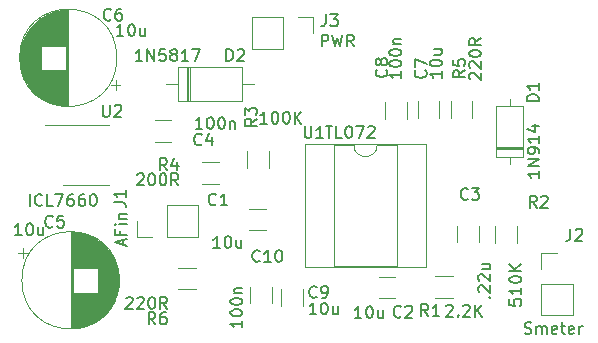
<source format=gbr>
%TF.GenerationSoftware,KiCad,Pcbnew,(6.0.7)*%
%TF.CreationDate,2023-04-27T19:06:35-04:00*%
%TF.ProjectId,sMeter Daughter Board v1,734d6574-6572-4204-9461-756768746572,rev?*%
%TF.SameCoordinates,Original*%
%TF.FileFunction,Legend,Top*%
%TF.FilePolarity,Positive*%
%FSLAX46Y46*%
G04 Gerber Fmt 4.6, Leading zero omitted, Abs format (unit mm)*
G04 Created by KiCad (PCBNEW (6.0.7)) date 2023-04-27 19:06:35*
%MOMM*%
%LPD*%
G01*
G04 APERTURE LIST*
%ADD10C,0.150000*%
%ADD11C,0.120000*%
G04 APERTURE END LIST*
D10*
%TO.C,R5*%
X104442380Y-100716666D02*
X103966190Y-101050000D01*
X104442380Y-101288095D02*
X103442380Y-101288095D01*
X103442380Y-100907142D01*
X103490000Y-100811904D01*
X103537619Y-100764285D01*
X103632857Y-100716666D01*
X103775714Y-100716666D01*
X103870952Y-100764285D01*
X103918571Y-100811904D01*
X103966190Y-100907142D01*
X103966190Y-101288095D01*
X103442380Y-99811904D02*
X103442380Y-100288095D01*
X103918571Y-100335714D01*
X103870952Y-100288095D01*
X103823333Y-100192857D01*
X103823333Y-99954761D01*
X103870952Y-99859523D01*
X103918571Y-99811904D01*
X104013809Y-99764285D01*
X104251904Y-99764285D01*
X104347142Y-99811904D01*
X104394761Y-99859523D01*
X104442380Y-99954761D01*
X104442380Y-100192857D01*
X104394761Y-100288095D01*
X104347142Y-100335714D01*
X104897619Y-101468095D02*
X104850000Y-101420476D01*
X104802380Y-101325238D01*
X104802380Y-101087142D01*
X104850000Y-100991904D01*
X104897619Y-100944285D01*
X104992857Y-100896666D01*
X105088095Y-100896666D01*
X105230952Y-100944285D01*
X105802380Y-101515714D01*
X105802380Y-100896666D01*
X104897619Y-100515714D02*
X104850000Y-100468095D01*
X104802380Y-100372857D01*
X104802380Y-100134761D01*
X104850000Y-100039523D01*
X104897619Y-99991904D01*
X104992857Y-99944285D01*
X105088095Y-99944285D01*
X105230952Y-99991904D01*
X105802380Y-100563333D01*
X105802380Y-99944285D01*
X104802380Y-99325238D02*
X104802380Y-99230000D01*
X104850000Y-99134761D01*
X104897619Y-99087142D01*
X104992857Y-99039523D01*
X105183333Y-98991904D01*
X105421428Y-98991904D01*
X105611904Y-99039523D01*
X105707142Y-99087142D01*
X105754761Y-99134761D01*
X105802380Y-99230000D01*
X105802380Y-99325238D01*
X105754761Y-99420476D01*
X105707142Y-99468095D01*
X105611904Y-99515714D01*
X105421428Y-99563333D01*
X105183333Y-99563333D01*
X104992857Y-99515714D01*
X104897619Y-99468095D01*
X104850000Y-99420476D01*
X104802380Y-99325238D01*
X105802380Y-97991904D02*
X105326190Y-98325238D01*
X105802380Y-98563333D02*
X104802380Y-98563333D01*
X104802380Y-98182380D01*
X104850000Y-98087142D01*
X104897619Y-98039523D01*
X104992857Y-97991904D01*
X105135714Y-97991904D01*
X105230952Y-98039523D01*
X105278571Y-98087142D01*
X105326190Y-98182380D01*
X105326190Y-98563333D01*
%TO.C,D1*%
X110682380Y-103308095D02*
X109682380Y-103308095D01*
X109682380Y-103070000D01*
X109730000Y-102927142D01*
X109825238Y-102831904D01*
X109920476Y-102784285D01*
X110110952Y-102736666D01*
X110253809Y-102736666D01*
X110444285Y-102784285D01*
X110539523Y-102831904D01*
X110634761Y-102927142D01*
X110682380Y-103070000D01*
X110682380Y-103308095D01*
X110682380Y-101784285D02*
X110682380Y-102355714D01*
X110682380Y-102070000D02*
X109682380Y-102070000D01*
X109825238Y-102165238D01*
X109920476Y-102260476D01*
X109968095Y-102355714D01*
X110742380Y-109216666D02*
X110742380Y-109788095D01*
X110742380Y-109502380D02*
X109742380Y-109502380D01*
X109885238Y-109597619D01*
X109980476Y-109692857D01*
X110028095Y-109788095D01*
X110742380Y-108788095D02*
X109742380Y-108788095D01*
X110742380Y-108216666D01*
X109742380Y-108216666D01*
X110742380Y-107692857D02*
X110742380Y-107502380D01*
X110694761Y-107407142D01*
X110647142Y-107359523D01*
X110504285Y-107264285D01*
X110313809Y-107216666D01*
X109932857Y-107216666D01*
X109837619Y-107264285D01*
X109790000Y-107311904D01*
X109742380Y-107407142D01*
X109742380Y-107597619D01*
X109790000Y-107692857D01*
X109837619Y-107740476D01*
X109932857Y-107788095D01*
X110170952Y-107788095D01*
X110266190Y-107740476D01*
X110313809Y-107692857D01*
X110361428Y-107597619D01*
X110361428Y-107407142D01*
X110313809Y-107311904D01*
X110266190Y-107264285D01*
X110170952Y-107216666D01*
X110742380Y-106264285D02*
X110742380Y-106835714D01*
X110742380Y-106550000D02*
X109742380Y-106550000D01*
X109885238Y-106645238D01*
X109980476Y-106740476D01*
X110028095Y-106835714D01*
X110075714Y-105407142D02*
X110742380Y-105407142D01*
X109694761Y-105645238D02*
X110409047Y-105883333D01*
X110409047Y-105264285D01*
%TO.C,R4*%
X79208333Y-109164380D02*
X78875000Y-108688190D01*
X78636904Y-109164380D02*
X78636904Y-108164380D01*
X79017857Y-108164380D01*
X79113095Y-108212000D01*
X79160714Y-108259619D01*
X79208333Y-108354857D01*
X79208333Y-108497714D01*
X79160714Y-108592952D01*
X79113095Y-108640571D01*
X79017857Y-108688190D01*
X78636904Y-108688190D01*
X80065476Y-108497714D02*
X80065476Y-109164380D01*
X79827380Y-108116761D02*
X79589285Y-108831047D01*
X80208333Y-108831047D01*
X76684404Y-109529619D02*
X76732023Y-109482000D01*
X76827261Y-109434380D01*
X77065357Y-109434380D01*
X77160595Y-109482000D01*
X77208214Y-109529619D01*
X77255833Y-109624857D01*
X77255833Y-109720095D01*
X77208214Y-109862952D01*
X76636785Y-110434380D01*
X77255833Y-110434380D01*
X77874880Y-109434380D02*
X77970119Y-109434380D01*
X78065357Y-109482000D01*
X78112976Y-109529619D01*
X78160595Y-109624857D01*
X78208214Y-109815333D01*
X78208214Y-110053428D01*
X78160595Y-110243904D01*
X78112976Y-110339142D01*
X78065357Y-110386761D01*
X77970119Y-110434380D01*
X77874880Y-110434380D01*
X77779642Y-110386761D01*
X77732023Y-110339142D01*
X77684404Y-110243904D01*
X77636785Y-110053428D01*
X77636785Y-109815333D01*
X77684404Y-109624857D01*
X77732023Y-109529619D01*
X77779642Y-109482000D01*
X77874880Y-109434380D01*
X78827261Y-109434380D02*
X78922500Y-109434380D01*
X79017738Y-109482000D01*
X79065357Y-109529619D01*
X79112976Y-109624857D01*
X79160595Y-109815333D01*
X79160595Y-110053428D01*
X79112976Y-110243904D01*
X79065357Y-110339142D01*
X79017738Y-110386761D01*
X78922500Y-110434380D01*
X78827261Y-110434380D01*
X78732023Y-110386761D01*
X78684404Y-110339142D01*
X78636785Y-110243904D01*
X78589166Y-110053428D01*
X78589166Y-109815333D01*
X78636785Y-109624857D01*
X78684404Y-109529619D01*
X78732023Y-109482000D01*
X78827261Y-109434380D01*
X80160595Y-110434380D02*
X79827261Y-109958190D01*
X79589166Y-110434380D02*
X79589166Y-109434380D01*
X79970119Y-109434380D01*
X80065357Y-109482000D01*
X80112976Y-109529619D01*
X80160595Y-109624857D01*
X80160595Y-109767714D01*
X80112976Y-109862952D01*
X80065357Y-109910571D01*
X79970119Y-109958190D01*
X79589166Y-109958190D01*
%TO.C,J2*%
X113376666Y-114112380D02*
X113376666Y-114826666D01*
X113329047Y-114969523D01*
X113233809Y-115064761D01*
X113090952Y-115112380D01*
X112995714Y-115112380D01*
X113805238Y-114207619D02*
X113852857Y-114160000D01*
X113948095Y-114112380D01*
X114186190Y-114112380D01*
X114281428Y-114160000D01*
X114329047Y-114207619D01*
X114376666Y-114302857D01*
X114376666Y-114398095D01*
X114329047Y-114540952D01*
X113757619Y-115112380D01*
X114376666Y-115112380D01*
X109495238Y-122974761D02*
X109638095Y-123022380D01*
X109876190Y-123022380D01*
X109971428Y-122974761D01*
X110019047Y-122927142D01*
X110066666Y-122831904D01*
X110066666Y-122736666D01*
X110019047Y-122641428D01*
X109971428Y-122593809D01*
X109876190Y-122546190D01*
X109685714Y-122498571D01*
X109590476Y-122450952D01*
X109542857Y-122403333D01*
X109495238Y-122308095D01*
X109495238Y-122212857D01*
X109542857Y-122117619D01*
X109590476Y-122070000D01*
X109685714Y-122022380D01*
X109923809Y-122022380D01*
X110066666Y-122070000D01*
X110495238Y-123022380D02*
X110495238Y-122355714D01*
X110495238Y-122450952D02*
X110542857Y-122403333D01*
X110638095Y-122355714D01*
X110780952Y-122355714D01*
X110876190Y-122403333D01*
X110923809Y-122498571D01*
X110923809Y-123022380D01*
X110923809Y-122498571D02*
X110971428Y-122403333D01*
X111066666Y-122355714D01*
X111209523Y-122355714D01*
X111304761Y-122403333D01*
X111352380Y-122498571D01*
X111352380Y-123022380D01*
X112209523Y-122974761D02*
X112114285Y-123022380D01*
X111923809Y-123022380D01*
X111828571Y-122974761D01*
X111780952Y-122879523D01*
X111780952Y-122498571D01*
X111828571Y-122403333D01*
X111923809Y-122355714D01*
X112114285Y-122355714D01*
X112209523Y-122403333D01*
X112257142Y-122498571D01*
X112257142Y-122593809D01*
X111780952Y-122689047D01*
X112542857Y-122355714D02*
X112923809Y-122355714D01*
X112685714Y-122022380D02*
X112685714Y-122879523D01*
X112733333Y-122974761D01*
X112828571Y-123022380D01*
X112923809Y-123022380D01*
X113638095Y-122974761D02*
X113542857Y-123022380D01*
X113352380Y-123022380D01*
X113257142Y-122974761D01*
X113209523Y-122879523D01*
X113209523Y-122498571D01*
X113257142Y-122403333D01*
X113352380Y-122355714D01*
X113542857Y-122355714D01*
X113638095Y-122403333D01*
X113685714Y-122498571D01*
X113685714Y-122593809D01*
X113209523Y-122689047D01*
X114114285Y-123022380D02*
X114114285Y-122355714D01*
X114114285Y-122546190D02*
X114161904Y-122450952D01*
X114209523Y-122403333D01*
X114304761Y-122355714D01*
X114400000Y-122355714D01*
%TO.C,R1*%
X101323333Y-121512380D02*
X100990000Y-121036190D01*
X100751904Y-121512380D02*
X100751904Y-120512380D01*
X101132857Y-120512380D01*
X101228095Y-120560000D01*
X101275714Y-120607619D01*
X101323333Y-120702857D01*
X101323333Y-120845714D01*
X101275714Y-120940952D01*
X101228095Y-120988571D01*
X101132857Y-121036190D01*
X100751904Y-121036190D01*
X102275714Y-121512380D02*
X101704285Y-121512380D01*
X101990000Y-121512380D02*
X101990000Y-120512380D01*
X101894761Y-120655238D01*
X101799523Y-120750476D01*
X101704285Y-120798095D01*
X102860000Y-120647619D02*
X102907619Y-120600000D01*
X103002857Y-120552380D01*
X103240952Y-120552380D01*
X103336190Y-120600000D01*
X103383809Y-120647619D01*
X103431428Y-120742857D01*
X103431428Y-120838095D01*
X103383809Y-120980952D01*
X102812380Y-121552380D01*
X103431428Y-121552380D01*
X103860000Y-121457142D02*
X103907619Y-121504761D01*
X103860000Y-121552380D01*
X103812380Y-121504761D01*
X103860000Y-121457142D01*
X103860000Y-121552380D01*
X104288571Y-120647619D02*
X104336190Y-120600000D01*
X104431428Y-120552380D01*
X104669523Y-120552380D01*
X104764761Y-120600000D01*
X104812380Y-120647619D01*
X104860000Y-120742857D01*
X104860000Y-120838095D01*
X104812380Y-120980952D01*
X104240952Y-121552380D01*
X104860000Y-121552380D01*
X105288571Y-121552380D02*
X105288571Y-120552380D01*
X105860000Y-121552380D02*
X105431428Y-120980952D01*
X105860000Y-120552380D02*
X105288571Y-121123809D01*
%TO.C,C10*%
X87067142Y-116837142D02*
X87019523Y-116884761D01*
X86876666Y-116932380D01*
X86781428Y-116932380D01*
X86638571Y-116884761D01*
X86543333Y-116789523D01*
X86495714Y-116694285D01*
X86448095Y-116503809D01*
X86448095Y-116360952D01*
X86495714Y-116170476D01*
X86543333Y-116075238D01*
X86638571Y-115980000D01*
X86781428Y-115932380D01*
X86876666Y-115932380D01*
X87019523Y-115980000D01*
X87067142Y-116027619D01*
X88019523Y-116932380D02*
X87448095Y-116932380D01*
X87733809Y-116932380D02*
X87733809Y-115932380D01*
X87638571Y-116075238D01*
X87543333Y-116170476D01*
X87448095Y-116218095D01*
X88638571Y-115932380D02*
X88733809Y-115932380D01*
X88829047Y-115980000D01*
X88876666Y-116027619D01*
X88924285Y-116122857D01*
X88971904Y-116313333D01*
X88971904Y-116551428D01*
X88924285Y-116741904D01*
X88876666Y-116837142D01*
X88829047Y-116884761D01*
X88733809Y-116932380D01*
X88638571Y-116932380D01*
X88543333Y-116884761D01*
X88495714Y-116837142D01*
X88448095Y-116741904D01*
X88400476Y-116551428D01*
X88400476Y-116313333D01*
X88448095Y-116122857D01*
X88495714Y-116027619D01*
X88543333Y-115980000D01*
X88638571Y-115932380D01*
X85582380Y-121899047D02*
X85582380Y-122470476D01*
X85582380Y-122184761D02*
X84582380Y-122184761D01*
X84725238Y-122280000D01*
X84820476Y-122375238D01*
X84868095Y-122470476D01*
X84582380Y-121280000D02*
X84582380Y-121184761D01*
X84630000Y-121089523D01*
X84677619Y-121041904D01*
X84772857Y-120994285D01*
X84963333Y-120946666D01*
X85201428Y-120946666D01*
X85391904Y-120994285D01*
X85487142Y-121041904D01*
X85534761Y-121089523D01*
X85582380Y-121184761D01*
X85582380Y-121280000D01*
X85534761Y-121375238D01*
X85487142Y-121422857D01*
X85391904Y-121470476D01*
X85201428Y-121518095D01*
X84963333Y-121518095D01*
X84772857Y-121470476D01*
X84677619Y-121422857D01*
X84630000Y-121375238D01*
X84582380Y-121280000D01*
X84582380Y-120327619D02*
X84582380Y-120232380D01*
X84630000Y-120137142D01*
X84677619Y-120089523D01*
X84772857Y-120041904D01*
X84963333Y-119994285D01*
X85201428Y-119994285D01*
X85391904Y-120041904D01*
X85487142Y-120089523D01*
X85534761Y-120137142D01*
X85582380Y-120232380D01*
X85582380Y-120327619D01*
X85534761Y-120422857D01*
X85487142Y-120470476D01*
X85391904Y-120518095D01*
X85201428Y-120565714D01*
X84963333Y-120565714D01*
X84772857Y-120518095D01*
X84677619Y-120470476D01*
X84630000Y-120422857D01*
X84582380Y-120327619D01*
X84915714Y-119565714D02*
X85582380Y-119565714D01*
X85010952Y-119565714D02*
X84963333Y-119518095D01*
X84915714Y-119422857D01*
X84915714Y-119280000D01*
X84963333Y-119184761D01*
X85058571Y-119137142D01*
X85582380Y-119137142D01*
%TO.C,C3*%
X104683333Y-111567142D02*
X104635714Y-111614761D01*
X104492857Y-111662380D01*
X104397619Y-111662380D01*
X104254761Y-111614761D01*
X104159523Y-111519523D01*
X104111904Y-111424285D01*
X104064285Y-111233809D01*
X104064285Y-111090952D01*
X104111904Y-110900476D01*
X104159523Y-110805238D01*
X104254761Y-110710000D01*
X104397619Y-110662380D01*
X104492857Y-110662380D01*
X104635714Y-110710000D01*
X104683333Y-110757619D01*
X105016666Y-110662380D02*
X105635714Y-110662380D01*
X105302380Y-111043333D01*
X105445238Y-111043333D01*
X105540476Y-111090952D01*
X105588095Y-111138571D01*
X105635714Y-111233809D01*
X105635714Y-111471904D01*
X105588095Y-111567142D01*
X105540476Y-111614761D01*
X105445238Y-111662380D01*
X105159523Y-111662380D01*
X105064285Y-111614761D01*
X105016666Y-111567142D01*
X106477142Y-119914761D02*
X106524761Y-119867142D01*
X106572380Y-119914761D01*
X106524761Y-119962380D01*
X106477142Y-119914761D01*
X106572380Y-119914761D01*
X105667619Y-119486190D02*
X105620000Y-119438571D01*
X105572380Y-119343333D01*
X105572380Y-119105238D01*
X105620000Y-119010000D01*
X105667619Y-118962380D01*
X105762857Y-118914761D01*
X105858095Y-118914761D01*
X106000952Y-118962380D01*
X106572380Y-119533809D01*
X106572380Y-118914761D01*
X105667619Y-118533809D02*
X105620000Y-118486190D01*
X105572380Y-118390952D01*
X105572380Y-118152857D01*
X105620000Y-118057619D01*
X105667619Y-118010000D01*
X105762857Y-117962380D01*
X105858095Y-117962380D01*
X106000952Y-118010000D01*
X106572380Y-118581428D01*
X106572380Y-117962380D01*
X105905714Y-117105238D02*
X106572380Y-117105238D01*
X105905714Y-117533809D02*
X106429523Y-117533809D01*
X106524761Y-117486190D01*
X106572380Y-117390952D01*
X106572380Y-117248095D01*
X106524761Y-117152857D01*
X106477142Y-117105238D01*
%TO.C,C7*%
X101092142Y-100714166D02*
X101139761Y-100761785D01*
X101187380Y-100904642D01*
X101187380Y-100999880D01*
X101139761Y-101142738D01*
X101044523Y-101237976D01*
X100949285Y-101285595D01*
X100758809Y-101333214D01*
X100615952Y-101333214D01*
X100425476Y-101285595D01*
X100330238Y-101237976D01*
X100235000Y-101142738D01*
X100187380Y-100999880D01*
X100187380Y-100904642D01*
X100235000Y-100761785D01*
X100282619Y-100714166D01*
X100187380Y-100380833D02*
X100187380Y-99714166D01*
X101187380Y-100142738D01*
X102457380Y-100745857D02*
X102457380Y-101317285D01*
X102457380Y-101031571D02*
X101457380Y-101031571D01*
X101600238Y-101126809D01*
X101695476Y-101222047D01*
X101743095Y-101317285D01*
X101457380Y-100126809D02*
X101457380Y-100031571D01*
X101505000Y-99936333D01*
X101552619Y-99888714D01*
X101647857Y-99841095D01*
X101838333Y-99793476D01*
X102076428Y-99793476D01*
X102266904Y-99841095D01*
X102362142Y-99888714D01*
X102409761Y-99936333D01*
X102457380Y-100031571D01*
X102457380Y-100126809D01*
X102409761Y-100222047D01*
X102362142Y-100269666D01*
X102266904Y-100317285D01*
X102076428Y-100364904D01*
X101838333Y-100364904D01*
X101647857Y-100317285D01*
X101552619Y-100269666D01*
X101505000Y-100222047D01*
X101457380Y-100126809D01*
X101790714Y-98936333D02*
X102457380Y-98936333D01*
X101790714Y-99364904D02*
X102314523Y-99364904D01*
X102409761Y-99317285D01*
X102457380Y-99222047D01*
X102457380Y-99079190D01*
X102409761Y-98983952D01*
X102362142Y-98936333D01*
%TO.C,C8*%
X97775642Y-100647166D02*
X97823261Y-100694785D01*
X97870880Y-100837642D01*
X97870880Y-100932880D01*
X97823261Y-101075738D01*
X97728023Y-101170976D01*
X97632785Y-101218595D01*
X97442309Y-101266214D01*
X97299452Y-101266214D01*
X97108976Y-101218595D01*
X97013738Y-101170976D01*
X96918500Y-101075738D01*
X96870880Y-100932880D01*
X96870880Y-100837642D01*
X96918500Y-100694785D01*
X96966119Y-100647166D01*
X97299452Y-100075738D02*
X97251833Y-100170976D01*
X97204214Y-100218595D01*
X97108976Y-100266214D01*
X97061357Y-100266214D01*
X96966119Y-100218595D01*
X96918500Y-100170976D01*
X96870880Y-100075738D01*
X96870880Y-99885261D01*
X96918500Y-99790023D01*
X96966119Y-99742404D01*
X97061357Y-99694785D01*
X97108976Y-99694785D01*
X97204214Y-99742404D01*
X97251833Y-99790023D01*
X97299452Y-99885261D01*
X97299452Y-100075738D01*
X97347071Y-100170976D01*
X97394690Y-100218595D01*
X97489928Y-100266214D01*
X97680404Y-100266214D01*
X97775642Y-100218595D01*
X97823261Y-100170976D01*
X97870880Y-100075738D01*
X97870880Y-99885261D01*
X97823261Y-99790023D01*
X97775642Y-99742404D01*
X97680404Y-99694785D01*
X97489928Y-99694785D01*
X97394690Y-99742404D01*
X97347071Y-99790023D01*
X97299452Y-99885261D01*
X99040880Y-100799547D02*
X99040880Y-101370976D01*
X99040880Y-101085261D02*
X98040880Y-101085261D01*
X98183738Y-101180500D01*
X98278976Y-101275738D01*
X98326595Y-101370976D01*
X98040880Y-100180500D02*
X98040880Y-100085261D01*
X98088500Y-99990023D01*
X98136119Y-99942404D01*
X98231357Y-99894785D01*
X98421833Y-99847166D01*
X98659928Y-99847166D01*
X98850404Y-99894785D01*
X98945642Y-99942404D01*
X98993261Y-99990023D01*
X99040880Y-100085261D01*
X99040880Y-100180500D01*
X98993261Y-100275738D01*
X98945642Y-100323357D01*
X98850404Y-100370976D01*
X98659928Y-100418595D01*
X98421833Y-100418595D01*
X98231357Y-100370976D01*
X98136119Y-100323357D01*
X98088500Y-100275738D01*
X98040880Y-100180500D01*
X98040880Y-99228119D02*
X98040880Y-99132880D01*
X98088500Y-99037642D01*
X98136119Y-98990023D01*
X98231357Y-98942404D01*
X98421833Y-98894785D01*
X98659928Y-98894785D01*
X98850404Y-98942404D01*
X98945642Y-98990023D01*
X98993261Y-99037642D01*
X99040880Y-99132880D01*
X99040880Y-99228119D01*
X98993261Y-99323357D01*
X98945642Y-99370976D01*
X98850404Y-99418595D01*
X98659928Y-99466214D01*
X98421833Y-99466214D01*
X98231357Y-99418595D01*
X98136119Y-99370976D01*
X98088500Y-99323357D01*
X98040880Y-99228119D01*
X98374214Y-98466214D02*
X99040880Y-98466214D01*
X98469452Y-98466214D02*
X98421833Y-98418595D01*
X98374214Y-98323357D01*
X98374214Y-98180500D01*
X98421833Y-98085261D01*
X98517071Y-98037642D01*
X99040880Y-98037642D01*
%TO.C,J1*%
X74702380Y-111863333D02*
X75416666Y-111863333D01*
X75559523Y-111910952D01*
X75654761Y-112006190D01*
X75702380Y-112149047D01*
X75702380Y-112244285D01*
X75702380Y-110863333D02*
X75702380Y-111434761D01*
X75702380Y-111149047D02*
X74702380Y-111149047D01*
X74845238Y-111244285D01*
X74940476Y-111339523D01*
X74988095Y-111434761D01*
X75506666Y-115517142D02*
X75506666Y-115040952D01*
X75792380Y-115612380D02*
X74792380Y-115279047D01*
X75792380Y-114945714D01*
X75268571Y-114279047D02*
X75268571Y-114612380D01*
X75792380Y-114612380D02*
X74792380Y-114612380D01*
X74792380Y-114136190D01*
X75792380Y-113755238D02*
X75125714Y-113755238D01*
X74792380Y-113755238D02*
X74840000Y-113802857D01*
X74887619Y-113755238D01*
X74840000Y-113707619D01*
X74792380Y-113755238D01*
X74887619Y-113755238D01*
X75125714Y-113279047D02*
X75792380Y-113279047D01*
X75220952Y-113279047D02*
X75173333Y-113231428D01*
X75125714Y-113136190D01*
X75125714Y-112993333D01*
X75173333Y-112898095D01*
X75268571Y-112850476D01*
X75792380Y-112850476D01*
%TO.C,U1*%
X90868595Y-105433880D02*
X90868595Y-106243404D01*
X90916214Y-106338642D01*
X90963833Y-106386261D01*
X91059071Y-106433880D01*
X91249547Y-106433880D01*
X91344785Y-106386261D01*
X91392404Y-106338642D01*
X91440023Y-106243404D01*
X91440023Y-105433880D01*
X92440023Y-106433880D02*
X91868595Y-106433880D01*
X92154309Y-106433880D02*
X92154309Y-105433880D01*
X92059071Y-105576738D01*
X91963833Y-105671976D01*
X91868595Y-105719595D01*
X92650952Y-105422380D02*
X93222380Y-105422380D01*
X92936666Y-106422380D02*
X92936666Y-105422380D01*
X94031904Y-106422380D02*
X93555714Y-106422380D01*
X93555714Y-105422380D01*
X94555714Y-105422380D02*
X94650952Y-105422380D01*
X94746190Y-105470000D01*
X94793809Y-105517619D01*
X94841428Y-105612857D01*
X94889047Y-105803333D01*
X94889047Y-106041428D01*
X94841428Y-106231904D01*
X94793809Y-106327142D01*
X94746190Y-106374761D01*
X94650952Y-106422380D01*
X94555714Y-106422380D01*
X94460476Y-106374761D01*
X94412857Y-106327142D01*
X94365238Y-106231904D01*
X94317619Y-106041428D01*
X94317619Y-105803333D01*
X94365238Y-105612857D01*
X94412857Y-105517619D01*
X94460476Y-105470000D01*
X94555714Y-105422380D01*
X95222380Y-105422380D02*
X95889047Y-105422380D01*
X95460476Y-106422380D01*
X96222380Y-105517619D02*
X96270000Y-105470000D01*
X96365238Y-105422380D01*
X96603333Y-105422380D01*
X96698571Y-105470000D01*
X96746190Y-105517619D01*
X96793809Y-105612857D01*
X96793809Y-105708095D01*
X96746190Y-105850952D01*
X96174761Y-106422380D01*
X96793809Y-106422380D01*
%TO.C,U2*%
X73778095Y-103632380D02*
X73778095Y-104441904D01*
X73825714Y-104537142D01*
X73873333Y-104584761D01*
X73968571Y-104632380D01*
X74159047Y-104632380D01*
X74254285Y-104584761D01*
X74301904Y-104537142D01*
X74349523Y-104441904D01*
X74349523Y-103632380D01*
X74778095Y-103727619D02*
X74825714Y-103680000D01*
X74920952Y-103632380D01*
X75159047Y-103632380D01*
X75254285Y-103680000D01*
X75301904Y-103727619D01*
X75349523Y-103822857D01*
X75349523Y-103918095D01*
X75301904Y-104060952D01*
X74730476Y-104632380D01*
X75349523Y-104632380D01*
X67580476Y-112192380D02*
X67580476Y-111192380D01*
X68628095Y-112097142D02*
X68580476Y-112144761D01*
X68437619Y-112192380D01*
X68342380Y-112192380D01*
X68199523Y-112144761D01*
X68104285Y-112049523D01*
X68056666Y-111954285D01*
X68009047Y-111763809D01*
X68009047Y-111620952D01*
X68056666Y-111430476D01*
X68104285Y-111335238D01*
X68199523Y-111240000D01*
X68342380Y-111192380D01*
X68437619Y-111192380D01*
X68580476Y-111240000D01*
X68628095Y-111287619D01*
X69532857Y-112192380D02*
X69056666Y-112192380D01*
X69056666Y-111192380D01*
X69770952Y-111192380D02*
X70437619Y-111192380D01*
X70009047Y-112192380D01*
X71247142Y-111192380D02*
X71056666Y-111192380D01*
X70961428Y-111240000D01*
X70913809Y-111287619D01*
X70818571Y-111430476D01*
X70770952Y-111620952D01*
X70770952Y-112001904D01*
X70818571Y-112097142D01*
X70866190Y-112144761D01*
X70961428Y-112192380D01*
X71151904Y-112192380D01*
X71247142Y-112144761D01*
X71294761Y-112097142D01*
X71342380Y-112001904D01*
X71342380Y-111763809D01*
X71294761Y-111668571D01*
X71247142Y-111620952D01*
X71151904Y-111573333D01*
X70961428Y-111573333D01*
X70866190Y-111620952D01*
X70818571Y-111668571D01*
X70770952Y-111763809D01*
X72199523Y-111192380D02*
X72009047Y-111192380D01*
X71913809Y-111240000D01*
X71866190Y-111287619D01*
X71770952Y-111430476D01*
X71723333Y-111620952D01*
X71723333Y-112001904D01*
X71770952Y-112097142D01*
X71818571Y-112144761D01*
X71913809Y-112192380D01*
X72104285Y-112192380D01*
X72199523Y-112144761D01*
X72247142Y-112097142D01*
X72294761Y-112001904D01*
X72294761Y-111763809D01*
X72247142Y-111668571D01*
X72199523Y-111620952D01*
X72104285Y-111573333D01*
X71913809Y-111573333D01*
X71818571Y-111620952D01*
X71770952Y-111668571D01*
X71723333Y-111763809D01*
X72913809Y-111192380D02*
X73009047Y-111192380D01*
X73104285Y-111240000D01*
X73151904Y-111287619D01*
X73199523Y-111382857D01*
X73247142Y-111573333D01*
X73247142Y-111811428D01*
X73199523Y-112001904D01*
X73151904Y-112097142D01*
X73104285Y-112144761D01*
X73009047Y-112192380D01*
X72913809Y-112192380D01*
X72818571Y-112144761D01*
X72770952Y-112097142D01*
X72723333Y-112001904D01*
X72675714Y-111811428D01*
X72675714Y-111573333D01*
X72723333Y-111382857D01*
X72770952Y-111287619D01*
X72818571Y-111240000D01*
X72913809Y-111192380D01*
%TO.C,D2*%
X84241904Y-99912380D02*
X84241904Y-98912380D01*
X84480000Y-98912380D01*
X84622857Y-98960000D01*
X84718095Y-99055238D01*
X84765714Y-99150476D01*
X84813333Y-99340952D01*
X84813333Y-99483809D01*
X84765714Y-99674285D01*
X84718095Y-99769523D01*
X84622857Y-99864761D01*
X84480000Y-99912380D01*
X84241904Y-99912380D01*
X85194285Y-99007619D02*
X85241904Y-98960000D01*
X85337142Y-98912380D01*
X85575238Y-98912380D01*
X85670476Y-98960000D01*
X85718095Y-99007619D01*
X85765714Y-99102857D01*
X85765714Y-99198095D01*
X85718095Y-99340952D01*
X85146666Y-99912380D01*
X85765714Y-99912380D01*
X77127142Y-99912380D02*
X76555714Y-99912380D01*
X76841428Y-99912380D02*
X76841428Y-98912380D01*
X76746190Y-99055238D01*
X76650952Y-99150476D01*
X76555714Y-99198095D01*
X77555714Y-99912380D02*
X77555714Y-98912380D01*
X78127142Y-99912380D01*
X78127142Y-98912380D01*
X79079523Y-98912380D02*
X78603333Y-98912380D01*
X78555714Y-99388571D01*
X78603333Y-99340952D01*
X78698571Y-99293333D01*
X78936666Y-99293333D01*
X79031904Y-99340952D01*
X79079523Y-99388571D01*
X79127142Y-99483809D01*
X79127142Y-99721904D01*
X79079523Y-99817142D01*
X79031904Y-99864761D01*
X78936666Y-99912380D01*
X78698571Y-99912380D01*
X78603333Y-99864761D01*
X78555714Y-99817142D01*
X79698571Y-99340952D02*
X79603333Y-99293333D01*
X79555714Y-99245714D01*
X79508095Y-99150476D01*
X79508095Y-99102857D01*
X79555714Y-99007619D01*
X79603333Y-98960000D01*
X79698571Y-98912380D01*
X79889047Y-98912380D01*
X79984285Y-98960000D01*
X80031904Y-99007619D01*
X80079523Y-99102857D01*
X80079523Y-99150476D01*
X80031904Y-99245714D01*
X79984285Y-99293333D01*
X79889047Y-99340952D01*
X79698571Y-99340952D01*
X79603333Y-99388571D01*
X79555714Y-99436190D01*
X79508095Y-99531428D01*
X79508095Y-99721904D01*
X79555714Y-99817142D01*
X79603333Y-99864761D01*
X79698571Y-99912380D01*
X79889047Y-99912380D01*
X79984285Y-99864761D01*
X80031904Y-99817142D01*
X80079523Y-99721904D01*
X80079523Y-99531428D01*
X80031904Y-99436190D01*
X79984285Y-99388571D01*
X79889047Y-99340952D01*
X81031904Y-99912380D02*
X80460476Y-99912380D01*
X80746190Y-99912380D02*
X80746190Y-98912380D01*
X80650952Y-99055238D01*
X80555714Y-99150476D01*
X80460476Y-99198095D01*
X81365238Y-98912380D02*
X82031904Y-98912380D01*
X81603333Y-99912380D01*
%TO.C,C5*%
X69533333Y-113917142D02*
X69485714Y-113964761D01*
X69342857Y-114012380D01*
X69247619Y-114012380D01*
X69104761Y-113964761D01*
X69009523Y-113869523D01*
X68961904Y-113774285D01*
X68914285Y-113583809D01*
X68914285Y-113440952D01*
X68961904Y-113250476D01*
X69009523Y-113155238D01*
X69104761Y-113060000D01*
X69247619Y-113012380D01*
X69342857Y-113012380D01*
X69485714Y-113060000D01*
X69533333Y-113107619D01*
X70438095Y-113012380D02*
X69961904Y-113012380D01*
X69914285Y-113488571D01*
X69961904Y-113440952D01*
X70057142Y-113393333D01*
X70295238Y-113393333D01*
X70390476Y-113440952D01*
X70438095Y-113488571D01*
X70485714Y-113583809D01*
X70485714Y-113821904D01*
X70438095Y-113917142D01*
X70390476Y-113964761D01*
X70295238Y-114012380D01*
X70057142Y-114012380D01*
X69961904Y-113964761D01*
X69914285Y-113917142D01*
X66927142Y-114662380D02*
X66355714Y-114662380D01*
X66641428Y-114662380D02*
X66641428Y-113662380D01*
X66546190Y-113805238D01*
X66450952Y-113900476D01*
X66355714Y-113948095D01*
X67546190Y-113662380D02*
X67641428Y-113662380D01*
X67736666Y-113710000D01*
X67784285Y-113757619D01*
X67831904Y-113852857D01*
X67879523Y-114043333D01*
X67879523Y-114281428D01*
X67831904Y-114471904D01*
X67784285Y-114567142D01*
X67736666Y-114614761D01*
X67641428Y-114662380D01*
X67546190Y-114662380D01*
X67450952Y-114614761D01*
X67403333Y-114567142D01*
X67355714Y-114471904D01*
X67308095Y-114281428D01*
X67308095Y-114043333D01*
X67355714Y-113852857D01*
X67403333Y-113757619D01*
X67450952Y-113710000D01*
X67546190Y-113662380D01*
X68736666Y-113995714D02*
X68736666Y-114662380D01*
X68308095Y-113995714D02*
X68308095Y-114519523D01*
X68355714Y-114614761D01*
X68450952Y-114662380D01*
X68593809Y-114662380D01*
X68689047Y-114614761D01*
X68736666Y-114567142D01*
%TO.C,C6*%
X74465984Y-96397142D02*
X74418365Y-96444761D01*
X74275508Y-96492380D01*
X74180270Y-96492380D01*
X74037412Y-96444761D01*
X73942174Y-96349523D01*
X73894555Y-96254285D01*
X73846936Y-96063809D01*
X73846936Y-95920952D01*
X73894555Y-95730476D01*
X73942174Y-95635238D01*
X74037412Y-95540000D01*
X74180270Y-95492380D01*
X74275508Y-95492380D01*
X74418365Y-95540000D01*
X74465984Y-95587619D01*
X75323127Y-95492380D02*
X75132651Y-95492380D01*
X75037412Y-95540000D01*
X74989793Y-95587619D01*
X74894555Y-95730476D01*
X74846936Y-95920952D01*
X74846936Y-96301904D01*
X74894555Y-96397142D01*
X74942174Y-96444761D01*
X75037412Y-96492380D01*
X75227889Y-96492380D01*
X75323127Y-96444761D01*
X75370746Y-96397142D01*
X75418365Y-96301904D01*
X75418365Y-96063809D01*
X75370746Y-95968571D01*
X75323127Y-95920952D01*
X75227889Y-95873333D01*
X75037412Y-95873333D01*
X74942174Y-95920952D01*
X74894555Y-95968571D01*
X74846936Y-96063809D01*
X75529793Y-97782380D02*
X74958365Y-97782380D01*
X75244079Y-97782380D02*
X75244079Y-96782380D01*
X75148841Y-96925238D01*
X75053603Y-97020476D01*
X74958365Y-97068095D01*
X76148841Y-96782380D02*
X76244079Y-96782380D01*
X76339317Y-96830000D01*
X76386936Y-96877619D01*
X76434555Y-96972857D01*
X76482174Y-97163333D01*
X76482174Y-97401428D01*
X76434555Y-97591904D01*
X76386936Y-97687142D01*
X76339317Y-97734761D01*
X76244079Y-97782380D01*
X76148841Y-97782380D01*
X76053603Y-97734761D01*
X76005984Y-97687142D01*
X75958365Y-97591904D01*
X75910746Y-97401428D01*
X75910746Y-97163333D01*
X75958365Y-96972857D01*
X76005984Y-96877619D01*
X76053603Y-96830000D01*
X76148841Y-96782380D01*
X77339317Y-97115714D02*
X77339317Y-97782380D01*
X76910746Y-97115714D02*
X76910746Y-97639523D01*
X76958365Y-97734761D01*
X77053603Y-97782380D01*
X77196460Y-97782380D01*
X77291698Y-97734761D01*
X77339317Y-97687142D01*
%TO.C,J3*%
X92672166Y-95966380D02*
X92672166Y-96680666D01*
X92624547Y-96823523D01*
X92529309Y-96918761D01*
X92386452Y-96966380D01*
X92291214Y-96966380D01*
X93053119Y-95966380D02*
X93672166Y-95966380D01*
X93338833Y-96347333D01*
X93481690Y-96347333D01*
X93576928Y-96394952D01*
X93624547Y-96442571D01*
X93672166Y-96537809D01*
X93672166Y-96775904D01*
X93624547Y-96871142D01*
X93576928Y-96918761D01*
X93481690Y-96966380D01*
X93195976Y-96966380D01*
X93100738Y-96918761D01*
X93053119Y-96871142D01*
X92307166Y-98680880D02*
X92307166Y-97680880D01*
X92688119Y-97680880D01*
X92783357Y-97728500D01*
X92830976Y-97776119D01*
X92878595Y-97871357D01*
X92878595Y-98014214D01*
X92830976Y-98109452D01*
X92783357Y-98157071D01*
X92688119Y-98204690D01*
X92307166Y-98204690D01*
X93211928Y-97680880D02*
X93450023Y-98680880D01*
X93640500Y-97966595D01*
X93830976Y-98680880D01*
X94069071Y-97680880D01*
X95021452Y-98680880D02*
X94688119Y-98204690D01*
X94450023Y-98680880D02*
X94450023Y-97680880D01*
X94830976Y-97680880D01*
X94926214Y-97728500D01*
X94973833Y-97776119D01*
X95021452Y-97871357D01*
X95021452Y-98014214D01*
X94973833Y-98109452D01*
X94926214Y-98157071D01*
X94830976Y-98204690D01*
X94450023Y-98204690D01*
%TO.C,R6*%
X78233333Y-122192380D02*
X77900000Y-121716190D01*
X77661904Y-122192380D02*
X77661904Y-121192380D01*
X78042857Y-121192380D01*
X78138095Y-121240000D01*
X78185714Y-121287619D01*
X78233333Y-121382857D01*
X78233333Y-121525714D01*
X78185714Y-121620952D01*
X78138095Y-121668571D01*
X78042857Y-121716190D01*
X77661904Y-121716190D01*
X79090476Y-121192380D02*
X78900000Y-121192380D01*
X78804761Y-121240000D01*
X78757142Y-121287619D01*
X78661904Y-121430476D01*
X78614285Y-121620952D01*
X78614285Y-122001904D01*
X78661904Y-122097142D01*
X78709523Y-122144761D01*
X78804761Y-122192380D01*
X78995238Y-122192380D01*
X79090476Y-122144761D01*
X79138095Y-122097142D01*
X79185714Y-122001904D01*
X79185714Y-121763809D01*
X79138095Y-121668571D01*
X79090476Y-121620952D01*
X78995238Y-121573333D01*
X78804761Y-121573333D01*
X78709523Y-121620952D01*
X78661904Y-121668571D01*
X78614285Y-121763809D01*
X75741904Y-119997619D02*
X75789523Y-119950000D01*
X75884761Y-119902380D01*
X76122857Y-119902380D01*
X76218095Y-119950000D01*
X76265714Y-119997619D01*
X76313333Y-120092857D01*
X76313333Y-120188095D01*
X76265714Y-120330952D01*
X75694285Y-120902380D01*
X76313333Y-120902380D01*
X76694285Y-119997619D02*
X76741904Y-119950000D01*
X76837142Y-119902380D01*
X77075238Y-119902380D01*
X77170476Y-119950000D01*
X77218095Y-119997619D01*
X77265714Y-120092857D01*
X77265714Y-120188095D01*
X77218095Y-120330952D01*
X76646666Y-120902380D01*
X77265714Y-120902380D01*
X77884761Y-119902380D02*
X77980000Y-119902380D01*
X78075238Y-119950000D01*
X78122857Y-119997619D01*
X78170476Y-120092857D01*
X78218095Y-120283333D01*
X78218095Y-120521428D01*
X78170476Y-120711904D01*
X78122857Y-120807142D01*
X78075238Y-120854761D01*
X77980000Y-120902380D01*
X77884761Y-120902380D01*
X77789523Y-120854761D01*
X77741904Y-120807142D01*
X77694285Y-120711904D01*
X77646666Y-120521428D01*
X77646666Y-120283333D01*
X77694285Y-120092857D01*
X77741904Y-119997619D01*
X77789523Y-119950000D01*
X77884761Y-119902380D01*
X79218095Y-120902380D02*
X78884761Y-120426190D01*
X78646666Y-120902380D02*
X78646666Y-119902380D01*
X79027619Y-119902380D01*
X79122857Y-119950000D01*
X79170476Y-119997619D01*
X79218095Y-120092857D01*
X79218095Y-120235714D01*
X79170476Y-120330952D01*
X79122857Y-120378571D01*
X79027619Y-120426190D01*
X78646666Y-120426190D01*
%TO.C,C9*%
X91883333Y-119877142D02*
X91835714Y-119924761D01*
X91692857Y-119972380D01*
X91597619Y-119972380D01*
X91454761Y-119924761D01*
X91359523Y-119829523D01*
X91311904Y-119734285D01*
X91264285Y-119543809D01*
X91264285Y-119400952D01*
X91311904Y-119210476D01*
X91359523Y-119115238D01*
X91454761Y-119020000D01*
X91597619Y-118972380D01*
X91692857Y-118972380D01*
X91835714Y-119020000D01*
X91883333Y-119067619D01*
X92359523Y-119972380D02*
X92550000Y-119972380D01*
X92645238Y-119924761D01*
X92692857Y-119877142D01*
X92788095Y-119734285D01*
X92835714Y-119543809D01*
X92835714Y-119162857D01*
X92788095Y-119067619D01*
X92740476Y-119020000D01*
X92645238Y-118972380D01*
X92454761Y-118972380D01*
X92359523Y-119020000D01*
X92311904Y-119067619D01*
X92264285Y-119162857D01*
X92264285Y-119400952D01*
X92311904Y-119496190D01*
X92359523Y-119543809D01*
X92454761Y-119591428D01*
X92645238Y-119591428D01*
X92740476Y-119543809D01*
X92788095Y-119496190D01*
X92835714Y-119400952D01*
X91857142Y-121362380D02*
X91285714Y-121362380D01*
X91571428Y-121362380D02*
X91571428Y-120362380D01*
X91476190Y-120505238D01*
X91380952Y-120600476D01*
X91285714Y-120648095D01*
X92476190Y-120362380D02*
X92571428Y-120362380D01*
X92666666Y-120410000D01*
X92714285Y-120457619D01*
X92761904Y-120552857D01*
X92809523Y-120743333D01*
X92809523Y-120981428D01*
X92761904Y-121171904D01*
X92714285Y-121267142D01*
X92666666Y-121314761D01*
X92571428Y-121362380D01*
X92476190Y-121362380D01*
X92380952Y-121314761D01*
X92333333Y-121267142D01*
X92285714Y-121171904D01*
X92238095Y-120981428D01*
X92238095Y-120743333D01*
X92285714Y-120552857D01*
X92333333Y-120457619D01*
X92380952Y-120410000D01*
X92476190Y-120362380D01*
X93666666Y-120695714D02*
X93666666Y-121362380D01*
X93238095Y-120695714D02*
X93238095Y-121219523D01*
X93285714Y-121314761D01*
X93380952Y-121362380D01*
X93523809Y-121362380D01*
X93619047Y-121314761D01*
X93666666Y-121267142D01*
%TO.C,C4*%
X82142333Y-106959142D02*
X82094714Y-107006761D01*
X81951857Y-107054380D01*
X81856619Y-107054380D01*
X81713761Y-107006761D01*
X81618523Y-106911523D01*
X81570904Y-106816285D01*
X81523285Y-106625809D01*
X81523285Y-106482952D01*
X81570904Y-106292476D01*
X81618523Y-106197238D01*
X81713761Y-106102000D01*
X81856619Y-106054380D01*
X81951857Y-106054380D01*
X82094714Y-106102000D01*
X82142333Y-106149619D01*
X82999476Y-106387714D02*
X82999476Y-107054380D01*
X82761380Y-106006761D02*
X82523285Y-106721047D01*
X83142333Y-106721047D01*
X82205952Y-105657380D02*
X81634523Y-105657380D01*
X81920238Y-105657380D02*
X81920238Y-104657380D01*
X81825000Y-104800238D01*
X81729761Y-104895476D01*
X81634523Y-104943095D01*
X82825000Y-104657380D02*
X82920238Y-104657380D01*
X83015476Y-104705000D01*
X83063095Y-104752619D01*
X83110714Y-104847857D01*
X83158333Y-105038333D01*
X83158333Y-105276428D01*
X83110714Y-105466904D01*
X83063095Y-105562142D01*
X83015476Y-105609761D01*
X82920238Y-105657380D01*
X82825000Y-105657380D01*
X82729761Y-105609761D01*
X82682142Y-105562142D01*
X82634523Y-105466904D01*
X82586904Y-105276428D01*
X82586904Y-105038333D01*
X82634523Y-104847857D01*
X82682142Y-104752619D01*
X82729761Y-104705000D01*
X82825000Y-104657380D01*
X83777380Y-104657380D02*
X83872619Y-104657380D01*
X83967857Y-104705000D01*
X84015476Y-104752619D01*
X84063095Y-104847857D01*
X84110714Y-105038333D01*
X84110714Y-105276428D01*
X84063095Y-105466904D01*
X84015476Y-105562142D01*
X83967857Y-105609761D01*
X83872619Y-105657380D01*
X83777380Y-105657380D01*
X83682142Y-105609761D01*
X83634523Y-105562142D01*
X83586904Y-105466904D01*
X83539285Y-105276428D01*
X83539285Y-105038333D01*
X83586904Y-104847857D01*
X83634523Y-104752619D01*
X83682142Y-104705000D01*
X83777380Y-104657380D01*
X84539285Y-104990714D02*
X84539285Y-105657380D01*
X84539285Y-105085952D02*
X84586904Y-105038333D01*
X84682142Y-104990714D01*
X84825000Y-104990714D01*
X84920238Y-105038333D01*
X84967857Y-105133571D01*
X84967857Y-105657380D01*
%TO.C,R2*%
X110503333Y-112322380D02*
X110170000Y-111846190D01*
X109931904Y-112322380D02*
X109931904Y-111322380D01*
X110312857Y-111322380D01*
X110408095Y-111370000D01*
X110455714Y-111417619D01*
X110503333Y-111512857D01*
X110503333Y-111655714D01*
X110455714Y-111750952D01*
X110408095Y-111798571D01*
X110312857Y-111846190D01*
X109931904Y-111846190D01*
X110884285Y-111417619D02*
X110931904Y-111370000D01*
X111027142Y-111322380D01*
X111265238Y-111322380D01*
X111360476Y-111370000D01*
X111408095Y-111417619D01*
X111455714Y-111512857D01*
X111455714Y-111608095D01*
X111408095Y-111750952D01*
X110836666Y-112322380D01*
X111455714Y-112322380D01*
X108202380Y-120094285D02*
X108202380Y-120570476D01*
X108678571Y-120618095D01*
X108630952Y-120570476D01*
X108583333Y-120475238D01*
X108583333Y-120237142D01*
X108630952Y-120141904D01*
X108678571Y-120094285D01*
X108773809Y-120046666D01*
X109011904Y-120046666D01*
X109107142Y-120094285D01*
X109154761Y-120141904D01*
X109202380Y-120237142D01*
X109202380Y-120475238D01*
X109154761Y-120570476D01*
X109107142Y-120618095D01*
X109202380Y-119094285D02*
X109202380Y-119665714D01*
X109202380Y-119380000D02*
X108202380Y-119380000D01*
X108345238Y-119475238D01*
X108440476Y-119570476D01*
X108488095Y-119665714D01*
X108202380Y-118475238D02*
X108202380Y-118380000D01*
X108250000Y-118284761D01*
X108297619Y-118237142D01*
X108392857Y-118189523D01*
X108583333Y-118141904D01*
X108821428Y-118141904D01*
X109011904Y-118189523D01*
X109107142Y-118237142D01*
X109154761Y-118284761D01*
X109202380Y-118380000D01*
X109202380Y-118475238D01*
X109154761Y-118570476D01*
X109107142Y-118618095D01*
X109011904Y-118665714D01*
X108821428Y-118713333D01*
X108583333Y-118713333D01*
X108392857Y-118665714D01*
X108297619Y-118618095D01*
X108250000Y-118570476D01*
X108202380Y-118475238D01*
X109202380Y-117713333D02*
X108202380Y-117713333D01*
X109202380Y-117141904D02*
X108630952Y-117570476D01*
X108202380Y-117141904D02*
X108773809Y-117713333D01*
%TO.C,C2*%
X99023333Y-121537142D02*
X98975714Y-121584761D01*
X98832857Y-121632380D01*
X98737619Y-121632380D01*
X98594761Y-121584761D01*
X98499523Y-121489523D01*
X98451904Y-121394285D01*
X98404285Y-121203809D01*
X98404285Y-121060952D01*
X98451904Y-120870476D01*
X98499523Y-120775238D01*
X98594761Y-120680000D01*
X98737619Y-120632380D01*
X98832857Y-120632380D01*
X98975714Y-120680000D01*
X99023333Y-120727619D01*
X99404285Y-120727619D02*
X99451904Y-120680000D01*
X99547142Y-120632380D01*
X99785238Y-120632380D01*
X99880476Y-120680000D01*
X99928095Y-120727619D01*
X99975714Y-120822857D01*
X99975714Y-120918095D01*
X99928095Y-121060952D01*
X99356666Y-121632380D01*
X99975714Y-121632380D01*
X95677142Y-121672380D02*
X95105714Y-121672380D01*
X95391428Y-121672380D02*
X95391428Y-120672380D01*
X95296190Y-120815238D01*
X95200952Y-120910476D01*
X95105714Y-120958095D01*
X96296190Y-120672380D02*
X96391428Y-120672380D01*
X96486666Y-120720000D01*
X96534285Y-120767619D01*
X96581904Y-120862857D01*
X96629523Y-121053333D01*
X96629523Y-121291428D01*
X96581904Y-121481904D01*
X96534285Y-121577142D01*
X96486666Y-121624761D01*
X96391428Y-121672380D01*
X96296190Y-121672380D01*
X96200952Y-121624761D01*
X96153333Y-121577142D01*
X96105714Y-121481904D01*
X96058095Y-121291428D01*
X96058095Y-121053333D01*
X96105714Y-120862857D01*
X96153333Y-120767619D01*
X96200952Y-120720000D01*
X96296190Y-120672380D01*
X97486666Y-121005714D02*
X97486666Y-121672380D01*
X97058095Y-121005714D02*
X97058095Y-121529523D01*
X97105714Y-121624761D01*
X97200952Y-121672380D01*
X97343809Y-121672380D01*
X97439047Y-121624761D01*
X97486666Y-121577142D01*
%TO.C,R3*%
X86812380Y-104806666D02*
X86336190Y-105140000D01*
X86812380Y-105378095D02*
X85812380Y-105378095D01*
X85812380Y-104997142D01*
X85860000Y-104901904D01*
X85907619Y-104854285D01*
X86002857Y-104806666D01*
X86145714Y-104806666D01*
X86240952Y-104854285D01*
X86288571Y-104901904D01*
X86336190Y-104997142D01*
X86336190Y-105378095D01*
X85812380Y-104473333D02*
X85812380Y-103854285D01*
X86193333Y-104187619D01*
X86193333Y-104044761D01*
X86240952Y-103949523D01*
X86288571Y-103901904D01*
X86383809Y-103854285D01*
X86621904Y-103854285D01*
X86717142Y-103901904D01*
X86764761Y-103949523D01*
X86812380Y-104044761D01*
X86812380Y-104330476D01*
X86764761Y-104425714D01*
X86717142Y-104473333D01*
X87693333Y-105212380D02*
X87121904Y-105212380D01*
X87407619Y-105212380D02*
X87407619Y-104212380D01*
X87312380Y-104355238D01*
X87217142Y-104450476D01*
X87121904Y-104498095D01*
X88312380Y-104212380D02*
X88407619Y-104212380D01*
X88502857Y-104260000D01*
X88550476Y-104307619D01*
X88598095Y-104402857D01*
X88645714Y-104593333D01*
X88645714Y-104831428D01*
X88598095Y-105021904D01*
X88550476Y-105117142D01*
X88502857Y-105164761D01*
X88407619Y-105212380D01*
X88312380Y-105212380D01*
X88217142Y-105164761D01*
X88169523Y-105117142D01*
X88121904Y-105021904D01*
X88074285Y-104831428D01*
X88074285Y-104593333D01*
X88121904Y-104402857D01*
X88169523Y-104307619D01*
X88217142Y-104260000D01*
X88312380Y-104212380D01*
X89264761Y-104212380D02*
X89360000Y-104212380D01*
X89455238Y-104260000D01*
X89502857Y-104307619D01*
X89550476Y-104402857D01*
X89598095Y-104593333D01*
X89598095Y-104831428D01*
X89550476Y-105021904D01*
X89502857Y-105117142D01*
X89455238Y-105164761D01*
X89360000Y-105212380D01*
X89264761Y-105212380D01*
X89169523Y-105164761D01*
X89121904Y-105117142D01*
X89074285Y-105021904D01*
X89026666Y-104831428D01*
X89026666Y-104593333D01*
X89074285Y-104402857D01*
X89121904Y-104307619D01*
X89169523Y-104260000D01*
X89264761Y-104212380D01*
X90026666Y-105212380D02*
X90026666Y-104212380D01*
X90598095Y-105212380D02*
X90169523Y-104640952D01*
X90598095Y-104212380D02*
X90026666Y-104783809D01*
%TO.C,C1*%
X83363333Y-112037142D02*
X83315714Y-112084761D01*
X83172857Y-112132380D01*
X83077619Y-112132380D01*
X82934761Y-112084761D01*
X82839523Y-111989523D01*
X82791904Y-111894285D01*
X82744285Y-111703809D01*
X82744285Y-111560952D01*
X82791904Y-111370476D01*
X82839523Y-111275238D01*
X82934761Y-111180000D01*
X83077619Y-111132380D01*
X83172857Y-111132380D01*
X83315714Y-111180000D01*
X83363333Y-111227619D01*
X84315714Y-112132380D02*
X83744285Y-112132380D01*
X84030000Y-112132380D02*
X84030000Y-111132380D01*
X83934761Y-111275238D01*
X83839523Y-111370476D01*
X83744285Y-111418095D01*
X83707142Y-115742380D02*
X83135714Y-115742380D01*
X83421428Y-115742380D02*
X83421428Y-114742380D01*
X83326190Y-114885238D01*
X83230952Y-114980476D01*
X83135714Y-115028095D01*
X84326190Y-114742380D02*
X84421428Y-114742380D01*
X84516666Y-114790000D01*
X84564285Y-114837619D01*
X84611904Y-114932857D01*
X84659523Y-115123333D01*
X84659523Y-115361428D01*
X84611904Y-115551904D01*
X84564285Y-115647142D01*
X84516666Y-115694761D01*
X84421428Y-115742380D01*
X84326190Y-115742380D01*
X84230952Y-115694761D01*
X84183333Y-115647142D01*
X84135714Y-115551904D01*
X84088095Y-115361428D01*
X84088095Y-115123333D01*
X84135714Y-114932857D01*
X84183333Y-114837619D01*
X84230952Y-114790000D01*
X84326190Y-114742380D01*
X85516666Y-115075714D02*
X85516666Y-115742380D01*
X85088095Y-115075714D02*
X85088095Y-115599523D01*
X85135714Y-115694761D01*
X85230952Y-115742380D01*
X85373809Y-115742380D01*
X85469047Y-115694761D01*
X85516666Y-115647142D01*
D11*
%TO.C,R5*%
X105070000Y-103312936D02*
X105070000Y-104767064D01*
X103250000Y-103312936D02*
X103250000Y-104767064D01*
%TO.C,D1*%
X108220000Y-103110000D02*
X108220000Y-103760000D01*
X109340000Y-103760000D02*
X107100000Y-103760000D01*
X107100000Y-108000000D02*
X109340000Y-108000000D01*
X107100000Y-103760000D02*
X107100000Y-108000000D01*
X108220000Y-108650000D02*
X108220000Y-108000000D01*
X107100000Y-107160000D02*
X109340000Y-107160000D01*
X109340000Y-108000000D02*
X109340000Y-103760000D01*
X107100000Y-107280000D02*
X109340000Y-107280000D01*
X107100000Y-107400000D02*
X109340000Y-107400000D01*
%TO.C,R4*%
X83658064Y-108498500D02*
X82203936Y-108498500D01*
X83658064Y-110318500D02*
X82203936Y-110318500D01*
%TO.C,J2*%
X110890000Y-118805000D02*
X110890000Y-121405000D01*
X113550000Y-118805000D02*
X113550000Y-121405000D01*
X110890000Y-116205000D02*
X112220000Y-116205000D01*
X110890000Y-117535000D02*
X110890000Y-116205000D01*
X110890000Y-121405000D02*
X113550000Y-121405000D01*
X110890000Y-118805000D02*
X113550000Y-118805000D01*
%TO.C,R1*%
X103397064Y-118150000D02*
X101942936Y-118150000D01*
X103397064Y-119970000D02*
X101942936Y-119970000D01*
%TO.C,C10*%
X88100000Y-119008748D02*
X88100000Y-120431252D01*
X86280000Y-119008748D02*
X86280000Y-120431252D01*
%TO.C,C3*%
X105620000Y-113848748D02*
X105620000Y-115271252D01*
X103800000Y-113848748D02*
X103800000Y-115271252D01*
%TO.C,C7*%
X100460000Y-104751252D02*
X100460000Y-103328748D01*
X102280000Y-104751252D02*
X102280000Y-103328748D01*
%TO.C,C8*%
X99530000Y-104791252D02*
X99530000Y-103368748D01*
X97710000Y-104791252D02*
X97710000Y-103368748D01*
%TO.C,J1*%
X77973000Y-114802500D02*
X76643000Y-114802500D01*
X79243000Y-112142500D02*
X81843000Y-112142500D01*
X79243000Y-114802500D02*
X81843000Y-114802500D01*
X76643000Y-114802500D02*
X76643000Y-113472500D01*
X81843000Y-114802500D02*
X81843000Y-112142500D01*
X79243000Y-114802500D02*
X79243000Y-112142500D01*
%TO.C,U1*%
X93372000Y-117289000D02*
X98672000Y-117289000D01*
X90882000Y-117349000D02*
X101162000Y-117349000D01*
X95022000Y-107009000D02*
X93372000Y-107009000D01*
X101162000Y-117349000D02*
X101162000Y-106949000D01*
X101162000Y-106949000D02*
X90882000Y-106949000D01*
X98672000Y-117289000D02*
X98672000Y-107009000D01*
X98672000Y-107009000D02*
X97022000Y-107009000D01*
X93372000Y-107009000D02*
X93372000Y-117289000D01*
X90882000Y-106949000D02*
X90882000Y-117349000D01*
X95022000Y-107009000D02*
G75*
G03*
X97022000Y-107009000I1000000J0D01*
G01*
%TO.C,U2*%
X72330000Y-110430000D02*
X70380000Y-110430000D01*
X72330000Y-110430000D02*
X74280000Y-110430000D01*
X72330000Y-105310000D02*
X68880000Y-105310000D01*
X72330000Y-105310000D02*
X74280000Y-105310000D01*
%TO.C,D2*%
X85570000Y-100400000D02*
X80130000Y-100400000D01*
X79110000Y-101870000D02*
X80130000Y-101870000D01*
X86590000Y-101870000D02*
X85570000Y-101870000D01*
X80910000Y-100400000D02*
X80910000Y-103340000D01*
X80130000Y-103340000D02*
X85570000Y-103340000D01*
X81030000Y-100400000D02*
X81030000Y-103340000D01*
X80130000Y-100400000D02*
X80130000Y-103340000D01*
X81150000Y-100400000D02*
X81150000Y-103340000D01*
X85570000Y-103340000D02*
X85570000Y-100400000D01*
%TO.C,C5*%
X72248349Y-114578000D02*
X72248349Y-117440000D01*
X72368349Y-119520000D02*
X72368349Y-122343000D01*
X72968349Y-114874000D02*
X72968349Y-117440000D01*
X72848349Y-119520000D02*
X72848349Y-122146000D01*
X72808349Y-119520000D02*
X72808349Y-122166000D01*
X72968349Y-119520000D02*
X72968349Y-122086000D01*
X71327349Y-119520000D02*
X71327349Y-122551000D01*
X72768349Y-114776000D02*
X72768349Y-117440000D01*
X72128349Y-119520000D02*
X72128349Y-122416000D01*
X71687349Y-114450000D02*
X71687349Y-117440000D01*
X71247349Y-114404000D02*
X71247349Y-122556000D01*
X73168349Y-114987000D02*
X73168349Y-117440000D01*
X73048349Y-119520000D02*
X73048349Y-122042000D01*
X73208349Y-115011000D02*
X73208349Y-117440000D01*
X71888349Y-114486000D02*
X71888349Y-117440000D01*
X73128349Y-119520000D02*
X73128349Y-121997000D01*
X74128349Y-115783000D02*
X74128349Y-121177000D01*
X72608349Y-119520000D02*
X72608349Y-122254000D01*
X72208349Y-114566000D02*
X72208349Y-117440000D01*
X71968349Y-119520000D02*
X71968349Y-122456000D01*
X71888349Y-119520000D02*
X71888349Y-122474000D01*
X73328349Y-115088000D02*
X73328349Y-117440000D01*
X72288349Y-114591000D02*
X72288349Y-117440000D01*
X72008349Y-119520000D02*
X72008349Y-122447000D01*
X74408349Y-116135000D02*
X74408349Y-120825000D01*
X73248349Y-119520000D02*
X73248349Y-121924000D01*
X71167349Y-114401000D02*
X71167349Y-122559000D01*
X72008349Y-114513000D02*
X72008349Y-117440000D01*
X71727349Y-114456000D02*
X71727349Y-117440000D01*
X72408349Y-119520000D02*
X72408349Y-122330000D01*
X73128349Y-114963000D02*
X73128349Y-117440000D01*
X75008349Y-117382000D02*
X75008349Y-119578000D01*
X75128349Y-117947000D02*
X75128349Y-119013000D01*
X74568349Y-116378000D02*
X74568349Y-120582000D01*
X71928349Y-114495000D02*
X71928349Y-117440000D01*
X72648349Y-119520000D02*
X72648349Y-122237000D01*
X72528349Y-119520000D02*
X72528349Y-122285000D01*
X74968349Y-117251000D02*
X74968349Y-119709000D01*
X71447349Y-114419000D02*
X71447349Y-117440000D01*
X74048349Y-115696000D02*
X74048349Y-121264000D01*
X72488349Y-119520000D02*
X72488349Y-122301000D01*
X73328349Y-119520000D02*
X73328349Y-121872000D01*
X71768349Y-114463000D02*
X71768349Y-117440000D01*
X75088349Y-117712000D02*
X75088349Y-119248000D01*
X71647349Y-119520000D02*
X71647349Y-122517000D01*
X71727349Y-119520000D02*
X71727349Y-122504000D01*
X72688349Y-114740000D02*
X72688349Y-117440000D01*
X71447349Y-119520000D02*
X71447349Y-122541000D01*
X71367349Y-119520000D02*
X71367349Y-122548000D01*
X72568349Y-114690000D02*
X72568349Y-117440000D01*
X73088349Y-114940000D02*
X73088349Y-117440000D01*
X71647349Y-114443000D02*
X71647349Y-117440000D01*
X73528349Y-115230000D02*
X73528349Y-121730000D01*
X74728349Y-116667000D02*
X74728349Y-120293000D01*
X71407349Y-119520000D02*
X71407349Y-122545000D01*
X71808349Y-114470000D02*
X71808349Y-117440000D01*
X72208349Y-119520000D02*
X72208349Y-122394000D01*
X71327349Y-114409000D02*
X71327349Y-117440000D01*
X71407349Y-114415000D02*
X71407349Y-117440000D01*
X72088349Y-119520000D02*
X72088349Y-122427000D01*
X71607349Y-119520000D02*
X71607349Y-122522000D01*
X73888349Y-115535000D02*
X73888349Y-121425000D01*
X71487349Y-119520000D02*
X71487349Y-122537000D01*
X71287349Y-114406000D02*
X71287349Y-117440000D01*
X73488349Y-115200000D02*
X73488349Y-121760000D01*
X71567349Y-119520000D02*
X71567349Y-122528000D01*
X71207349Y-114403000D02*
X71207349Y-122557000D01*
X74248349Y-115924000D02*
X74248349Y-121036000D01*
X72448349Y-119520000D02*
X72448349Y-122315000D01*
X72368349Y-114617000D02*
X72368349Y-117440000D01*
X72248349Y-119520000D02*
X72248349Y-122382000D01*
X74488349Y-116252000D02*
X74488349Y-120708000D01*
X74848349Y-116928000D02*
X74848349Y-120032000D01*
X74448349Y-116193000D02*
X74448349Y-120767000D01*
X72328349Y-119520000D02*
X72328349Y-122357000D01*
X71848349Y-114478000D02*
X71848349Y-117440000D01*
X73248349Y-115036000D02*
X73248349Y-117440000D01*
X73848349Y-115497000D02*
X73848349Y-121463000D01*
X73288349Y-119520000D02*
X73288349Y-121898000D01*
X74768349Y-116749000D02*
X74768349Y-120211000D01*
X72728349Y-119520000D02*
X72728349Y-122202000D01*
X73768349Y-115425000D02*
X73768349Y-121535000D01*
X74808349Y-116835000D02*
X74808349Y-120125000D01*
X73568349Y-115260000D02*
X73568349Y-121700000D01*
X72448349Y-114645000D02*
X72448349Y-117440000D01*
X74208349Y-115876000D02*
X74208349Y-121084000D01*
X72288349Y-119520000D02*
X72288349Y-122369000D01*
X72408349Y-114630000D02*
X72408349Y-117440000D01*
X71607349Y-114438000D02*
X71607349Y-117440000D01*
X72808349Y-114794000D02*
X72808349Y-117440000D01*
X67037651Y-115765000D02*
X67037651Y-116565000D01*
X72928349Y-114853000D02*
X72928349Y-117440000D01*
X71687349Y-119520000D02*
X71687349Y-122510000D01*
X74688349Y-116590000D02*
X74688349Y-120370000D01*
X71087349Y-114400000D02*
X71087349Y-122560000D01*
X72128349Y-114544000D02*
X72128349Y-117440000D01*
X73928349Y-115573000D02*
X73928349Y-121387000D01*
X74888349Y-117027000D02*
X74888349Y-119933000D01*
X72088349Y-114533000D02*
X72088349Y-117440000D01*
X71287349Y-119520000D02*
X71287349Y-122554000D01*
X75048349Y-117532000D02*
X75048349Y-119428000D01*
X73448349Y-115171000D02*
X73448349Y-121789000D01*
X73688349Y-115356000D02*
X73688349Y-121604000D01*
X72168349Y-119520000D02*
X72168349Y-122405000D01*
X71928349Y-119520000D02*
X71928349Y-122465000D01*
X73648349Y-115324000D02*
X73648349Y-121636000D01*
X71527349Y-114428000D02*
X71527349Y-117440000D01*
X74008349Y-115654000D02*
X74008349Y-121306000D01*
X73168349Y-119520000D02*
X73168349Y-121973000D01*
X71848349Y-119520000D02*
X71848349Y-122482000D01*
X72848349Y-114814000D02*
X72848349Y-117440000D01*
X73808349Y-115461000D02*
X73808349Y-121499000D01*
X72888349Y-114833000D02*
X72888349Y-117440000D01*
X74328349Y-116026000D02*
X74328349Y-120934000D01*
X73408349Y-115142000D02*
X73408349Y-121818000D01*
X73608349Y-115291000D02*
X73608349Y-121669000D01*
X72608349Y-114706000D02*
X72608349Y-117440000D01*
X72928349Y-119520000D02*
X72928349Y-122107000D01*
X74928349Y-117134000D02*
X74928349Y-119826000D01*
X74608349Y-116446000D02*
X74608349Y-120514000D01*
X73208349Y-119520000D02*
X73208349Y-121949000D01*
X72888349Y-119520000D02*
X72888349Y-122127000D01*
X72328349Y-114603000D02*
X72328349Y-117440000D01*
X66637651Y-116165000D02*
X67437651Y-116165000D01*
X73288349Y-115062000D02*
X73288349Y-117440000D01*
X72648349Y-114723000D02*
X72648349Y-117440000D01*
X73048349Y-114918000D02*
X73048349Y-117440000D01*
X73368349Y-115115000D02*
X73368349Y-121845000D01*
X71487349Y-114423000D02*
X71487349Y-117440000D01*
X72168349Y-114555000D02*
X72168349Y-117440000D01*
X72688349Y-119520000D02*
X72688349Y-122220000D01*
X72568349Y-119520000D02*
X72568349Y-122270000D01*
X73728349Y-115390000D02*
X73728349Y-121570000D01*
X72768349Y-119520000D02*
X72768349Y-122184000D01*
X71768349Y-119520000D02*
X71768349Y-122497000D01*
X74648349Y-116516000D02*
X74648349Y-120444000D01*
X71047349Y-114400000D02*
X71047349Y-122560000D01*
X72528349Y-114675000D02*
X72528349Y-117440000D01*
X71808349Y-119520000D02*
X71808349Y-122490000D01*
X71127349Y-114400000D02*
X71127349Y-122560000D01*
X71968349Y-114504000D02*
X71968349Y-117440000D01*
X74368349Y-116080000D02*
X74368349Y-120880000D01*
X73968349Y-115613000D02*
X73968349Y-121347000D01*
X72488349Y-114659000D02*
X72488349Y-117440000D01*
X74528349Y-116314000D02*
X74528349Y-120646000D01*
X72048349Y-114523000D02*
X72048349Y-117440000D01*
X73088349Y-119520000D02*
X73088349Y-122020000D01*
X71567349Y-114432000D02*
X71567349Y-117440000D01*
X71527349Y-119520000D02*
X71527349Y-122532000D01*
X72728349Y-114758000D02*
X72728349Y-117440000D01*
X74288349Y-115975000D02*
X74288349Y-120985000D01*
X74088349Y-115739000D02*
X74088349Y-121221000D01*
X73008349Y-114896000D02*
X73008349Y-117440000D01*
X71367349Y-114412000D02*
X71367349Y-117440000D01*
X74168349Y-115829000D02*
X74168349Y-121131000D01*
X72048349Y-119520000D02*
X72048349Y-122437000D01*
X73008349Y-119520000D02*
X73008349Y-122064000D01*
X75167349Y-118480000D02*
G75*
G03*
X75167349Y-118480000I-4120000J0D01*
G01*
%TO.C,C6*%
X70332651Y-103698000D02*
X70332651Y-100690000D01*
X68971651Y-98610000D02*
X68971651Y-96023000D01*
X68531651Y-103015000D02*
X68531651Y-96285000D01*
X67611651Y-102155000D02*
X67611651Y-97145000D01*
X70612651Y-103724000D02*
X70612651Y-100690000D01*
X66931651Y-100879000D02*
X66931651Y-98421000D01*
X69091651Y-103336000D02*
X69091651Y-100690000D01*
X70852651Y-103730000D02*
X70852651Y-95570000D01*
X69811651Y-103597000D02*
X69811651Y-100690000D01*
X69891651Y-98610000D02*
X69891651Y-95683000D01*
X67251651Y-101614000D02*
X67251651Y-97686000D01*
X70412651Y-98610000D02*
X70412651Y-95593000D01*
X69171651Y-103372000D02*
X69171651Y-100690000D01*
X67571651Y-102104000D02*
X67571651Y-97196000D01*
X69331651Y-103440000D02*
X69331651Y-100690000D01*
X70131651Y-98610000D02*
X70131651Y-95633000D01*
X70452651Y-103711000D02*
X70452651Y-100690000D01*
X69611651Y-98610000D02*
X69611651Y-95761000D01*
X69571651Y-103527000D02*
X69571651Y-100690000D01*
X68771651Y-98610000D02*
X68771651Y-96133000D01*
X69611651Y-103539000D02*
X69611651Y-100690000D01*
X67811651Y-102391000D02*
X67811651Y-96909000D01*
X69491651Y-98610000D02*
X69491651Y-95800000D01*
X70372651Y-98610000D02*
X70372651Y-95598000D01*
X69451651Y-103485000D02*
X69451651Y-100690000D01*
X69651651Y-103552000D02*
X69651651Y-100690000D01*
X70091651Y-103660000D02*
X70091651Y-100690000D01*
X68851651Y-103212000D02*
X68851651Y-100690000D01*
X75262349Y-101965000D02*
X74462349Y-101965000D01*
X69251651Y-103407000D02*
X69251651Y-100690000D01*
X70492651Y-103715000D02*
X70492651Y-100690000D01*
X68931651Y-98610000D02*
X68931651Y-96044000D01*
X69411651Y-98610000D02*
X69411651Y-95829000D01*
X70212651Y-103680000D02*
X70212651Y-100690000D01*
X70572651Y-98610000D02*
X70572651Y-95579000D01*
X67051651Y-101202000D02*
X67051651Y-98098000D01*
X67891651Y-102476000D02*
X67891651Y-96824000D01*
X74862349Y-102365000D02*
X74862349Y-101565000D01*
X69691651Y-103564000D02*
X69691651Y-100690000D01*
X67971651Y-102557000D02*
X67971651Y-96743000D01*
X67851651Y-102434000D02*
X67851651Y-96866000D01*
X69131651Y-103354000D02*
X69131651Y-100690000D01*
X70212651Y-98610000D02*
X70212651Y-95620000D01*
X68571651Y-98610000D02*
X68571651Y-96258000D01*
X69851651Y-98610000D02*
X69851651Y-95693000D01*
X66811651Y-100418000D02*
X66811651Y-98882000D01*
X69731651Y-98610000D02*
X69731651Y-95725000D01*
X68171651Y-102740000D02*
X68171651Y-96560000D01*
X70612651Y-98610000D02*
X70612651Y-95576000D01*
X70532651Y-98610000D02*
X70532651Y-95582000D01*
X69651651Y-98610000D02*
X69651651Y-95748000D01*
X69571651Y-98610000D02*
X69571651Y-95773000D01*
X67491651Y-101995000D02*
X67491651Y-97305000D01*
X68811651Y-103190000D02*
X68811651Y-100690000D01*
X69171651Y-98610000D02*
X69171651Y-95928000D01*
X67651651Y-102206000D02*
X67651651Y-97094000D01*
X70652651Y-103726000D02*
X70652651Y-95574000D01*
X69251651Y-98610000D02*
X69251651Y-95893000D01*
X69411651Y-103471000D02*
X69411651Y-100690000D01*
X69691651Y-98610000D02*
X69691651Y-95736000D01*
X69091651Y-98610000D02*
X69091651Y-95964000D01*
X68971651Y-103277000D02*
X68971651Y-100690000D01*
X69451651Y-98610000D02*
X69451651Y-95815000D01*
X68931651Y-103256000D02*
X68931651Y-100690000D01*
X69211651Y-98610000D02*
X69211651Y-95910000D01*
X69491651Y-103500000D02*
X69491651Y-100690000D01*
X69971651Y-103635000D02*
X69971651Y-100690000D01*
X68131651Y-102705000D02*
X68131651Y-96595000D01*
X68331651Y-102870000D02*
X68331651Y-96430000D01*
X67211651Y-101540000D02*
X67211651Y-97760000D01*
X67091651Y-101295000D02*
X67091651Y-98005000D01*
X68771651Y-103167000D02*
X68771651Y-100690000D01*
X68891651Y-98610000D02*
X68891651Y-96066000D01*
X70252651Y-98610000D02*
X70252651Y-95613000D01*
X70292651Y-98610000D02*
X70292651Y-95608000D01*
X67171651Y-101463000D02*
X67171651Y-97837000D01*
X69531651Y-98610000D02*
X69531651Y-95787000D01*
X70732651Y-103729000D02*
X70732651Y-95571000D01*
X67771651Y-102347000D02*
X67771651Y-96953000D01*
X67531651Y-102050000D02*
X67531651Y-97250000D01*
X69731651Y-103575000D02*
X69731651Y-100690000D01*
X69211651Y-103390000D02*
X69211651Y-100690000D01*
X70532651Y-103718000D02*
X70532651Y-100690000D01*
X70332651Y-98610000D02*
X70332651Y-95602000D01*
X68371651Y-102900000D02*
X68371651Y-96400000D01*
X69051651Y-103316000D02*
X69051651Y-100690000D01*
X70452651Y-98610000D02*
X70452651Y-95589000D01*
X67131651Y-101381000D02*
X67131651Y-97919000D01*
X68731651Y-98610000D02*
X68731651Y-96157000D01*
X69131651Y-98610000D02*
X69131651Y-95946000D01*
X67411651Y-101878000D02*
X67411651Y-97422000D01*
X67451651Y-101937000D02*
X67451651Y-97363000D01*
X67011651Y-101103000D02*
X67011651Y-98197000D01*
X70572651Y-103721000D02*
X70572651Y-100690000D01*
X70011651Y-103644000D02*
X70011651Y-100690000D01*
X66891651Y-100748000D02*
X66891651Y-98552000D01*
X70292651Y-103692000D02*
X70292651Y-100690000D01*
X69371651Y-98610000D02*
X69371651Y-95845000D01*
X69011651Y-98610000D02*
X69011651Y-96003000D01*
X70011651Y-98610000D02*
X70011651Y-95656000D01*
X69531651Y-103513000D02*
X69531651Y-100690000D01*
X67691651Y-102254000D02*
X67691651Y-97046000D01*
X70492651Y-98610000D02*
X70492651Y-95585000D01*
X70091651Y-98610000D02*
X70091651Y-95640000D01*
X68091651Y-102669000D02*
X68091651Y-96631000D01*
X70372651Y-103702000D02*
X70372651Y-100690000D01*
X70772651Y-103730000D02*
X70772651Y-95570000D01*
X70172651Y-98610000D02*
X70172651Y-95626000D01*
X68211651Y-102774000D02*
X68211651Y-96526000D01*
X69771651Y-98610000D02*
X69771651Y-95714000D01*
X66851651Y-100598000D02*
X66851651Y-98702000D01*
X70692651Y-103727000D02*
X70692651Y-95573000D01*
X70051651Y-98610000D02*
X70051651Y-95648000D01*
X70412651Y-103707000D02*
X70412651Y-100690000D01*
X68011651Y-102595000D02*
X68011651Y-96705000D01*
X68451651Y-102959000D02*
X68451651Y-96341000D01*
X69811651Y-98610000D02*
X69811651Y-95703000D01*
X67331651Y-101752000D02*
X67331651Y-97548000D01*
X68611651Y-98610000D02*
X68611651Y-96232000D01*
X68411651Y-102930000D02*
X68411651Y-96370000D01*
X68051651Y-102633000D02*
X68051651Y-96667000D01*
X70051651Y-103652000D02*
X70051651Y-100690000D01*
X69891651Y-103617000D02*
X69891651Y-100690000D01*
X69291651Y-103424000D02*
X69291651Y-100690000D01*
X68651651Y-98610000D02*
X68651651Y-96206000D01*
X69771651Y-103586000D02*
X69771651Y-100690000D01*
X69931651Y-98610000D02*
X69931651Y-95674000D01*
X70172651Y-103674000D02*
X70172651Y-100690000D01*
X68571651Y-103042000D02*
X68571651Y-100690000D01*
X69051651Y-98610000D02*
X69051651Y-95984000D01*
X68891651Y-103234000D02*
X68891651Y-100690000D01*
X69851651Y-103607000D02*
X69851651Y-100690000D01*
X67931651Y-102517000D02*
X67931651Y-96783000D01*
X69011651Y-103297000D02*
X69011651Y-100690000D01*
X69291651Y-98610000D02*
X69291651Y-95876000D01*
X68491651Y-102988000D02*
X68491651Y-96312000D01*
X70252651Y-103687000D02*
X70252651Y-100690000D01*
X68691651Y-98610000D02*
X68691651Y-96181000D01*
X68291651Y-102839000D02*
X68291651Y-96461000D01*
X66971651Y-100996000D02*
X66971651Y-98304000D01*
X68251651Y-102806000D02*
X68251651Y-96494000D01*
X68691651Y-103119000D02*
X68691651Y-100690000D01*
X69371651Y-103455000D02*
X69371651Y-100690000D01*
X70812651Y-103730000D02*
X70812651Y-95570000D01*
X68811651Y-98610000D02*
X68811651Y-96110000D01*
X68651651Y-103094000D02*
X68651651Y-100690000D01*
X66771651Y-100183000D02*
X66771651Y-99117000D01*
X68851651Y-98610000D02*
X68851651Y-96088000D01*
X68731651Y-103143000D02*
X68731651Y-100690000D01*
X67291651Y-101684000D02*
X67291651Y-97616000D01*
X70131651Y-103667000D02*
X70131651Y-100690000D01*
X67731651Y-102301000D02*
X67731651Y-96999000D01*
X69931651Y-103626000D02*
X69931651Y-100690000D01*
X68611651Y-103068000D02*
X68611651Y-100690000D01*
X69971651Y-98610000D02*
X69971651Y-95665000D01*
X69331651Y-98610000D02*
X69331651Y-95860000D01*
X67371651Y-101816000D02*
X67371651Y-97484000D01*
X74972651Y-99650000D02*
G75*
G03*
X74972651Y-99650000I-4120000J0D01*
G01*
%TO.C,J3*%
X89010000Y-96200000D02*
X86410000Y-96200000D01*
X90280000Y-96200000D02*
X91610000Y-96200000D01*
X86410000Y-96200000D02*
X86410000Y-98860000D01*
X89010000Y-96200000D02*
X89010000Y-98860000D01*
X91610000Y-96200000D02*
X91610000Y-97530000D01*
X89010000Y-98860000D02*
X86410000Y-98860000D01*
%TO.C,R6*%
X80182936Y-117430000D02*
X81637064Y-117430000D01*
X80182936Y-119250000D02*
X81637064Y-119250000D01*
%TO.C,C9*%
X90720000Y-119208748D02*
X90720000Y-120631252D01*
X88900000Y-119208748D02*
X88900000Y-120631252D01*
%TO.C,C4*%
X79591252Y-104930000D02*
X78168748Y-104930000D01*
X79591252Y-106750000D02*
X78168748Y-106750000D01*
%TO.C,R2*%
X108820000Y-115327064D02*
X108820000Y-113872936D01*
X107000000Y-115327064D02*
X107000000Y-113872936D01*
%TO.C,C2*%
X97128748Y-120010000D02*
X98551252Y-120010000D01*
X97128748Y-118190000D02*
X98551252Y-118190000D01*
%TO.C,R3*%
X87841500Y-108992564D02*
X87841500Y-107538436D01*
X86021500Y-108992564D02*
X86021500Y-107538436D01*
%TO.C,C1*%
X86156748Y-114255500D02*
X87579252Y-114255500D01*
X86156748Y-112435500D02*
X87579252Y-112435500D01*
%TD*%
M02*

</source>
